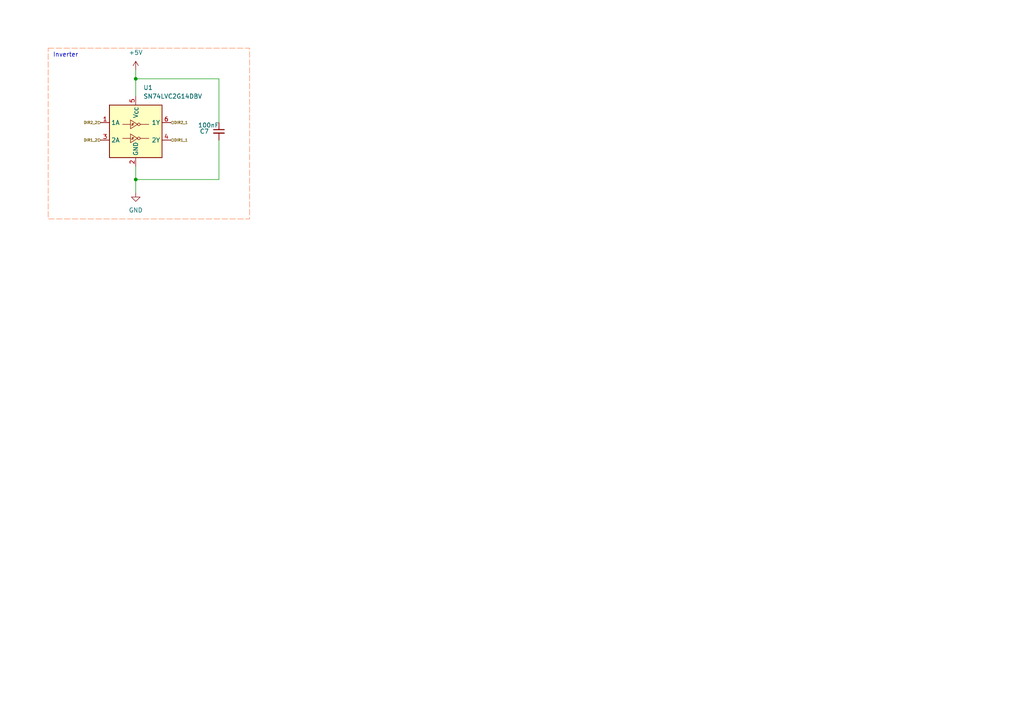
<source format=kicad_sch>
(kicad_sch (version 20231120) (generator "eeschema") (generator_version "8.0")
  (paper "A4")
  (lib_symbols
    (symbol "74xGxx:SN74LVC2G14DBV"
      (property "Reference" "U" (at 2.54 12.7 0))
      (property "Value" "SN74LVC2G14DBV" (at 2.54 10.16 0))
      (symbol "SN74LVC2G14DBV_1_1"
        (rectangle (start -7.62 7.62) (end 7.62 -7.62) (stroke (width 0.254)) (fill (type background)))
        (polyline (pts (xy -1.524 -2.032) (xy -3.81 -2.032)))
        (polyline (pts (xy -1.524 2.032) (xy -3.81 2.032)))
        (polyline (pts (xy -0.762 -1.778) (xy -0.508 -1.778)))
        (polyline (pts (xy -0.762 2.286) (xy -0.508 2.286)))
        (polyline (pts (xy 1.27 -2.032) (xy 3.81 -2.032)))
        (polyline (pts (xy 1.27 2.032) (xy 3.81 2.032)))
        (polyline (pts (xy -1.524 -0.762) (xy 0.508 -2.032) (xy -1.524 -3.302) (xy -1.524 -0.762)))
        (polyline (pts (xy -1.524 3.302) (xy 0.508 2.032) (xy -1.524 0.762) (xy -1.524 3.302)))
        (polyline (pts (xy -1.016 -2.286) (xy -1.016 -1.778) (xy -0.762 -1.778) (xy -0.762 -2.286) (xy -1.27 -2.286)))
        (polyline (pts (xy -1.016 1.778) (xy -1.016 2.286) (xy -0.762 2.286) (xy -0.762 1.778) (xy -1.27 1.778)))
        (circle (center 0.889 -2.032) (radius 0.381))
        (circle (center 0.889 2.032) (radius 0.381))
        (pin input line (at -10.16 2.54 0) (length 2.54) (name "1A") (number "1"))
        (pin power_in line (at 0 -10.16 90) (length 2.54) (name "GND") (number "2"))
        (pin input line (at -10.16 -2.54 0) (length 2.54) (name "2A") (number "3"))
        (pin output line (at 10.16 -2.54 180) (length 2.54) (name "2Y") (number "4"))
        (pin power_in line (at 0 10.16 270) (length 2.54) (name "V_{CC}") (number "5"))
        (pin output line (at 10.16 2.54 180) (length 2.54) (name "1Y") (number "6"))
      )
    )
    (symbol "Device:C_Small" (pin_numbers hide) (pin_names (offset 0.254) hide)
      (property "Reference" "C" (at 0.254 1.778 0))
      (property "Value" "C_Small" (at 0.254 -2.032 0))
      (symbol "C_Small_0_1"
        (polyline (pts (xy -1.524 -0.508) (xy 1.524 -0.508)) (stroke (width 0.3302)))
        (polyline (pts (xy -1.524 0.508) (xy 1.524 0.508)) (stroke (width 0.3048)))
      )
      (symbol "C_Small_1_1"
        (pin passive line (at 0 2.54 270) (length 2.032) (name "~") (number "1"))
        (pin passive line (at 0 -2.54 90) (length 2.032) (name "~") (number "2"))
      )
    )
    (symbol "power:+5V" (power) (pin_numbers hide) (pin_names (offset 0) hide)
      (property "Value" "+5V" (at 0 3.556 0))
      (symbol "+5V_0_1"
        (polyline (pts (xy -0.762 1.27) (xy 0 2.54)))
        (polyline (pts (xy 0 0) (xy 0 2.54)))
        (polyline (pts (xy 0 2.54) (xy 0.762 1.27)))
      )
      (symbol "+5V_1_1"
        (pin power_in line (at 0 0 90) (length 0) (name "~") (number "1"))
      )
    )
    (symbol "power:GND" (power) (pin_numbers hide) (pin_names (offset 0) hide)
      (property "Value" "GND" (at 0 -3.81 0))
      (symbol "GND_0_1"
        (polyline (pts (xy 0 0) (xy 0 -1.27) (xy 1.27 -1.27) (xy 0 -2.54) (xy -1.27 -1.27) (xy 0 -1.27)))
      )
      (symbol "GND_1_1"
        (pin power_in line (at 0 0 270) (length 0) (name "~") (number "1"))
      )
    )
  )
  (junction (at 39.37 22.86))
  (junction (at 39.37 52.07))
  (wire (pts (xy 63.5 22.86) (xy 63.5 35.56)))
  (wire (pts (xy 63.5 52.07) (xy 39.37 52.07)))
  (wire (pts (xy 63.5 40.64) (xy 63.5 52.07)))
  (wire (pts (xy 39.37 52.07) (xy 39.37 55.88)))
  (wire (pts (xy 39.37 20.32) (xy 39.37 22.86)))
  (wire (pts (xy 39.37 22.86) (xy 39.37 27.94)))
  (wire (pts (xy 39.37 22.86) (xy 63.5 22.86)))
  (wire (pts (xy 39.37 48.26) (xy 39.37 52.07)))
  (rectangle (start 13.97 13.97) (end 72.39 63.5) (stroke (width 0) (type dash) (color 255 133 81 1)))
  (text "Inverter\n" (at 19.05 16.002 0) (effects (font (size 1.27 1.27))))
  (hierarchical_label "DIR1_1" (shape input) (at 49.53 40.64 0) (effects (font (size 0.762 0.762))))
  (hierarchical_label "DIR2_1" (shape input) (at 49.53 35.56 0) (effects (font (size 0.762 0.762))))
  (hierarchical_label "DIR2_2" (shape input) (at 29.21 35.56 180) (effects (font (size 0.762 0.762))))
  (hierarchical_label "DIR1_2" (shape input) (at 29.21 40.64 180) (effects (font (size 0.762 0.762))))
  (symbol (lib_id "Device:C_Small") (at 63.5 38.1 0) (unit 1)
    (property "Reference" "C7" (at 57.912 38.1 0) (effects (justify left)))
    (property "Value" "100nF" (at 57.404 36.322 0) (effects (justify left)))
    (property "Footprint" "Capacitor_SMD:C_0805_2012Metric_Pad1.18x1.45mm_HandSolder" (effects (hide yes)))
    (property "Description" "Unpolarized capacitor, small symbol" (effects (hide yes)))
  )
  (symbol (lib_id "74xGxx:SN74LVC2G14DBV") (at 39.37 38.1 0) (unit 1)
    (property "Reference" "U1" (at 41.5641 25.4 0) (effects (justify left)))
    (property "Value" "SN74LVC2G14DBV" (at 41.5641 27.94 0) (effects (justify left)))
    (property "Footprint" "Package_TO_SOT_SMD:SOT-23-6" (effects (hide yes)))
    (property "Datasheet" "https://www.ti.com/lit/ds/symlink/sn74lvc2g14.pdf" (effects (hide yes)))
    (property "Description" "Dual schmitt inverter, VCC from 1.65 to 5.5 V, SOT-23" (effects (hide yes)))
  )
  (symbol (lib_id "power:GND") (at 39.37 55.88 0) (unit 1)
    (property "Reference" "#PWR024" (effects (hide yes)))
    (property "Value" "GND" (at 39.37 60.96 0))
    (property "Description" "Power symbol creates a global label with name \"GND\" , ground" (effects (hide yes)))
  )
  (symbol (lib_id "power:+5V") (at 39.37 20.32 0) (unit 1)
    (property "Reference" "#PWR023" (effects (hide yes)))
    (property "Value" "+5V" (at 39.37 15.24 0))
    (property "Description" "Power symbol creates a global label with name \"+5V\"" (effects (hide yes)))
  )
)
</source>
